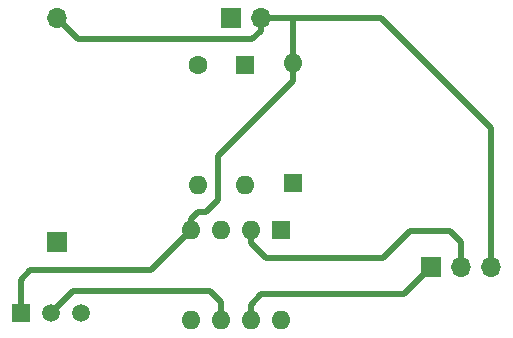
<source format=gbl>
G04 #@! TF.GenerationSoftware,KiCad,Pcbnew,(5.1.9-0-10_14)*
G04 #@! TF.CreationDate,2022-09-19T14:57:36+02:00*
G04 #@! TF.ProjectId,outdoor,6f757464-6f6f-4722-9e6b-696361645f70,rev?*
G04 #@! TF.SameCoordinates,Original*
G04 #@! TF.FileFunction,Copper,L2,Bot*
G04 #@! TF.FilePolarity,Positive*
%FSLAX46Y46*%
G04 Gerber Fmt 4.6, Leading zero omitted, Abs format (unit mm)*
G04 Created by KiCad (PCBNEW (5.1.9-0-10_14)) date 2022-09-19 14:57:36*
%MOMM*%
%LPD*%
G01*
G04 APERTURE LIST*
G04 #@! TA.AperFunction,ComponentPad*
%ADD10R,1.500000X1.500000*%
G04 #@! TD*
G04 #@! TA.AperFunction,ComponentPad*
%ADD11C,1.500000*%
G04 #@! TD*
G04 #@! TA.AperFunction,ComponentPad*
%ADD12O,1.600000X1.600000*%
G04 #@! TD*
G04 #@! TA.AperFunction,ComponentPad*
%ADD13R,1.600000X1.600000*%
G04 #@! TD*
G04 #@! TA.AperFunction,ComponentPad*
%ADD14O,1.700000X1.700000*%
G04 #@! TD*
G04 #@! TA.AperFunction,ComponentPad*
%ADD15R,1.700000X1.700000*%
G04 #@! TD*
G04 #@! TA.AperFunction,ComponentPad*
%ADD16C,1.600000*%
G04 #@! TD*
G04 #@! TA.AperFunction,Conductor*
%ADD17C,0.500000*%
G04 #@! TD*
G04 APERTURE END LIST*
D10*
X49000000Y-107000000D03*
D11*
X54080000Y-107000000D03*
X51540000Y-107000000D03*
D12*
X71000000Y-107620000D03*
X63380000Y-100000000D03*
X68460000Y-107620000D03*
X65920000Y-100000000D03*
X65920000Y-107620000D03*
X68460000Y-100000000D03*
X63380000Y-107620000D03*
D13*
X71000000Y-100000000D03*
D14*
X69290000Y-82000000D03*
D15*
X66750000Y-82000000D03*
D12*
X64000000Y-96160000D03*
D16*
X64000000Y-86000000D03*
D14*
X88773000Y-103124000D03*
X86233000Y-103124000D03*
D15*
X83693000Y-103124000D03*
D12*
X72000000Y-85840000D03*
D13*
X72000000Y-96000000D03*
D12*
X68000000Y-96160000D03*
D13*
X68000000Y-86000000D03*
D14*
X52000000Y-82000000D03*
D15*
X52000000Y-101000000D03*
D17*
X88773000Y-91313000D02*
X88773000Y-103124000D01*
X79460000Y-82000000D02*
X88773000Y-91313000D01*
X69290000Y-82000000D02*
X69290000Y-83110000D01*
X69290000Y-83110000D02*
X68580000Y-83820000D01*
X53820000Y-83820000D02*
X52000000Y-82000000D01*
X68580000Y-83820000D02*
X53820000Y-83820000D01*
X72000000Y-82160000D02*
X71840000Y-82000000D01*
X72000000Y-85840000D02*
X72000000Y-82160000D01*
X71840000Y-82000000D02*
X79460000Y-82000000D01*
X69290000Y-82000000D02*
X71840000Y-82000000D01*
X63380000Y-99053000D02*
X63380000Y-100000000D01*
X65659000Y-97409000D02*
X64643000Y-98425000D01*
X64008000Y-98425000D02*
X63380000Y-99053000D01*
X65659000Y-93726000D02*
X65659000Y-97409000D01*
X72000000Y-87385000D02*
X65659000Y-93726000D01*
X64643000Y-98425000D02*
X64008000Y-98425000D01*
X72000000Y-85840000D02*
X72000000Y-87385000D01*
X49000000Y-107000000D02*
X49000000Y-104162000D01*
X49000000Y-104162000D02*
X49784000Y-103378000D01*
X60002000Y-103378000D02*
X63380000Y-100000000D01*
X49784000Y-103378000D02*
X60002000Y-103378000D01*
X68460000Y-100000000D02*
X68460000Y-101085000D01*
X68460000Y-101085000D02*
X69737000Y-102362000D01*
X69737000Y-102362000D02*
X79629000Y-102362000D01*
X79629000Y-102362000D02*
X81915000Y-100076000D01*
X81915000Y-100076000D02*
X85344000Y-100076000D01*
X86233000Y-100965000D02*
X86233000Y-103124000D01*
X85344000Y-100076000D02*
X86233000Y-100965000D01*
X68460000Y-107620000D02*
X68460000Y-106292000D01*
X68460000Y-106292000D02*
X69342000Y-105410000D01*
X81407000Y-105410000D02*
X83693000Y-103124000D01*
X69342000Y-105410000D02*
X81407000Y-105410000D01*
X51540000Y-107000000D02*
X53384000Y-105156000D01*
X53384000Y-105156000D02*
X65024000Y-105156000D01*
X65920000Y-106052000D02*
X65920000Y-107620000D01*
X65024000Y-105156000D02*
X65920000Y-106052000D01*
M02*

</source>
